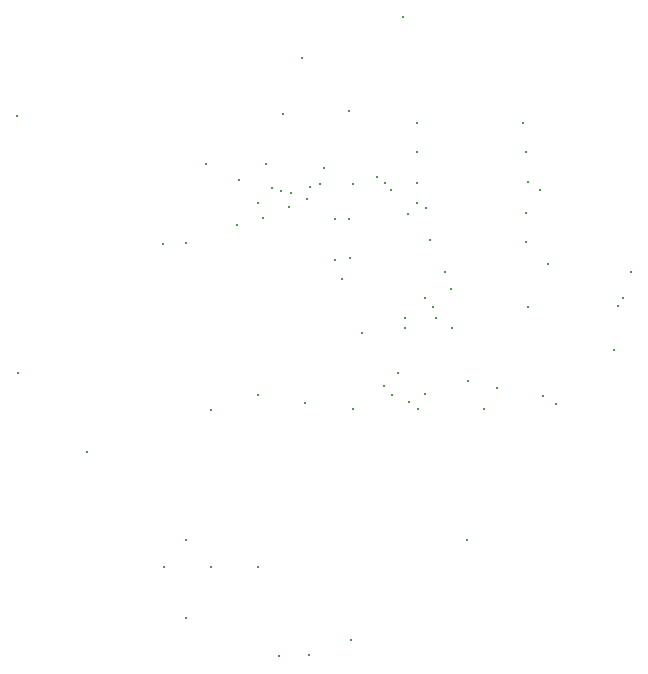
<source format=gbr>
%TF.GenerationSoftware,Novarm,DipTrace,3.0.0.2*%
%TF.CreationDate,2016-12-19T10:06:00+01:00*%
%FSLAX26Y26*%
%MOIN*%
%TF.FileFunction,Plated,1,2,PTH,Drill*%
%TF.Part,Single*%
%TA.AperFunction,ViaDrill*%
%ADD42C,0.011811*%
G75*
G01*
D42*
X2297073Y1592756D3*
X2258119Y1844545D3*
X2096417Y2509085D3*
X2432122Y2644870D3*
X2032951Y2322559D3*
X1887092Y2103823D3*
X1948777Y2024783D3*
X1966172Y1975609D3*
X1633177Y1889024D3*
X1793554Y813228D3*
X1635593D3*
X1949798D3*
X1776856Y2155421D3*
X1978343D3*
X2170623Y2141600D3*
X2480736Y2027161D3*
X2206865Y1837832D3*
X1709824Y1892184D3*
Y644001D3*
X2020079Y515878D3*
X1151429Y1458286D3*
X1147692Y2315941D3*
X2231113Y1772769D3*
X2646516Y901669D3*
X1709824D3*
X2156738Y2089606D3*
X2891592Y2071118D3*
X1950417Y1384920D3*
X2370364Y1416071D3*
X2650757Y1432819D3*
X2052640Y2014336D3*
X2849163Y2095214D3*
X2834555Y2292614D3*
X1997812Y2077741D3*
X2114988Y2038583D3*
X2844612Y1994247D3*
X2123139Y2078382D3*
X2844612Y1898084D3*
X2267030Y2090896D3*
X2481811Y2294068D3*
X2028196Y2068059D3*
X2843831Y2195462D3*
X2348482Y2114419D3*
X2481097Y2195755D3*
X2372850Y2093933D3*
X2481762D3*
X2393516Y2069025D3*
X2511787Y2008445D3*
X2449062Y1990945D3*
X2522854Y1902980D3*
X2574503Y1796115D3*
X3192367D3*
X2107898Y1361080D3*
X2395546Y1387331D3*
X2747822Y1408328D3*
X2439799Y1642192D3*
X2544732D3*
X2416066Y1459453D3*
X1380585Y1196198D3*
X3136504Y1536471D3*
X2944697Y1356975D3*
X2452173Y1364175D3*
X2254270Y1974322D3*
X2917484Y1824680D3*
X2507080Y1709718D3*
X3167858D3*
X1792937Y1336461D3*
X2507080Y1389297D3*
X2899306Y1383714D3*
X2120079Y518144D3*
X2259356Y568790D3*
X3151971Y1682047D3*
X2532315Y1681172D3*
X2849047D3*
X2265378Y1340089D3*
X2702997D3*
X2483266D3*
X2206844Y1971438D3*
X2592681Y1740664D3*
X2439799Y1608793D3*
X2595504D3*
X2061575Y2060652D3*
X2254816Y2334029D3*
X1880303Y1951450D3*
M02*

</source>
